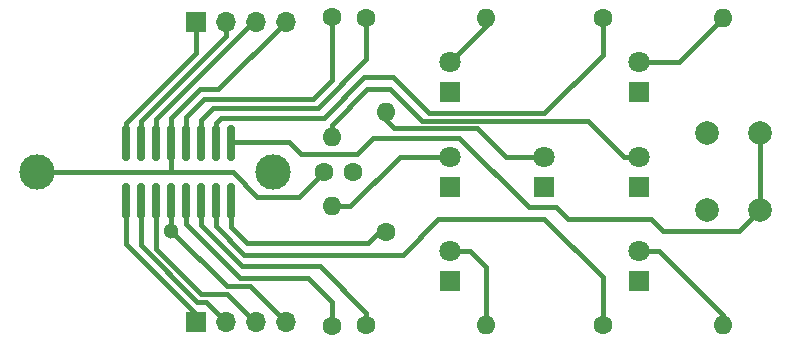
<source format=gtl>
%TF.GenerationSoftware,KiCad,Pcbnew,7.0.8*%
%TF.CreationDate,2023-11-06T17:53:39+01:00*%
%TF.ProjectId,EDice,45446963-652e-46b6-9963-61645f706362,rev?*%
%TF.SameCoordinates,Original*%
%TF.FileFunction,Copper,L1,Top*%
%TF.FilePolarity,Positive*%
%FSLAX46Y46*%
G04 Gerber Fmt 4.6, Leading zero omitted, Abs format (unit mm)*
G04 Created by KiCad (PCBNEW 7.0.8) date 2023-11-06 17:53:39*
%MOMM*%
%LPD*%
G01*
G04 APERTURE LIST*
G04 Aperture macros list*
%AMRoundRect*
0 Rectangle with rounded corners*
0 $1 Rounding radius*
0 $2 $3 $4 $5 $6 $7 $8 $9 X,Y pos of 4 corners*
0 Add a 4 corners polygon primitive as box body*
4,1,4,$2,$3,$4,$5,$6,$7,$8,$9,$2,$3,0*
0 Add four circle primitives for the rounded corners*
1,1,$1+$1,$2,$3*
1,1,$1+$1,$4,$5*
1,1,$1+$1,$6,$7*
1,1,$1+$1,$8,$9*
0 Add four rect primitives between the rounded corners*
20,1,$1+$1,$2,$3,$4,$5,0*
20,1,$1+$1,$4,$5,$6,$7,0*
20,1,$1+$1,$6,$7,$8,$9,0*
20,1,$1+$1,$8,$9,$2,$3,0*%
G04 Aperture macros list end*
%TA.AperFunction,ComponentPad*%
%ADD10R,1.800000X1.800000*%
%TD*%
%TA.AperFunction,ComponentPad*%
%ADD11C,1.800000*%
%TD*%
%TA.AperFunction,ComponentPad*%
%ADD12C,2.000000*%
%TD*%
%TA.AperFunction,ComponentPad*%
%ADD13C,1.600000*%
%TD*%
%TA.AperFunction,ComponentPad*%
%ADD14O,1.600000X1.600000*%
%TD*%
%TA.AperFunction,SMDPad,CuDef*%
%ADD15RoundRect,0.150000X-0.150000X1.350000X-0.150000X-1.350000X0.150000X-1.350000X0.150000X1.350000X0*%
%TD*%
%TA.AperFunction,ComponentPad*%
%ADD16O,1.700000X1.700000*%
%TD*%
%TA.AperFunction,ComponentPad*%
%ADD17R,1.700000X1.700000*%
%TD*%
%TA.AperFunction,ComponentPad*%
%ADD18C,3.000000*%
%TD*%
%TA.AperFunction,ViaPad*%
%ADD19C,1.300000*%
%TD*%
%TA.AperFunction,Conductor*%
%ADD20C,0.400000*%
%TD*%
G04 APERTURE END LIST*
D10*
%TO.P,D3,1,K*%
%TO.N,GND*%
X130000000Y-96250000D03*
D11*
%TO.P,D3,2,A*%
%TO.N,Net-(D3-A)*%
X130000000Y-93710000D03*
%TD*%
D10*
%TO.P,D1,1,K*%
%TO.N,GND*%
X130000000Y-88250000D03*
D11*
%TO.P,D1,2,A*%
%TO.N,Net-(D1-A)*%
X130000000Y-85710000D03*
%TD*%
D12*
%TO.P,SW1,1,1*%
%TO.N,GND*%
X151750000Y-98250000D03*
X151750000Y-91750000D03*
%TO.P,SW1,2,2*%
%TO.N,/BTN*%
X156250000Y-98250000D03*
X156250000Y-91750000D03*
%TD*%
D10*
%TO.P,D4,1,K*%
%TO.N,GND*%
X138000000Y-96250000D03*
D11*
%TO.P,D4,2,A*%
%TO.N,Net-(D4-A)*%
X138000000Y-93710000D03*
%TD*%
D10*
%TO.P,D2,1,K*%
%TO.N,GND*%
X146000000Y-88250000D03*
D11*
%TO.P,D2,2,A*%
%TO.N,Net-(D2-A)*%
X146000000Y-85710000D03*
%TD*%
D13*
%TO.P,R1,1*%
%TO.N,/LED1*%
X122920000Y-82000000D03*
D14*
%TO.P,R1,2*%
%TO.N,Net-(D1-A)*%
X133080000Y-82000000D03*
%TD*%
D13*
%TO.P,R6,1*%
%TO.N,/LED6*%
X120000000Y-81920000D03*
D14*
%TO.P,R6,2*%
%TO.N,Net-(D6-A)*%
X120000000Y-92080000D03*
%TD*%
D13*
%TO.P,R7,1*%
%TO.N,/LED7*%
X142920000Y-108000000D03*
D14*
%TO.P,R7,2*%
%TO.N,Net-(D7-A)*%
X153080000Y-108000000D03*
%TD*%
D10*
%TO.P,D7,1,K*%
%TO.N,GND*%
X146000000Y-104250000D03*
D11*
%TO.P,D7,2,A*%
%TO.N,Net-(D7-A)*%
X146000000Y-101710000D03*
%TD*%
D13*
%TO.P,R4,1*%
%TO.N,/LED4*%
X124600000Y-100080000D03*
D14*
%TO.P,R4,2*%
%TO.N,Net-(D4-A)*%
X124600000Y-89920000D03*
%TD*%
D10*
%TO.P,D5,1,K*%
%TO.N,GND*%
X130000000Y-104250000D03*
D11*
%TO.P,D5,2,A*%
%TO.N,Net-(D5-A)*%
X130000000Y-101710000D03*
%TD*%
D13*
%TO.P,R2,1*%
%TO.N,/LED2*%
X142920000Y-82000000D03*
D14*
%TO.P,R2,2*%
%TO.N,Net-(D2-A)*%
X153080000Y-82000000D03*
%TD*%
D13*
%TO.P,R3,1*%
%TO.N,/LED3*%
X120000000Y-108080000D03*
D14*
%TO.P,R3,2*%
%TO.N,Net-(D3-A)*%
X120000000Y-97920000D03*
%TD*%
D15*
%TO.P,U1,1,PB4*%
%TO.N,/BTN*%
X111445000Y-92525000D03*
%TO.P,U1,2,PB5*%
%TO.N,/LED2*%
X110175000Y-92525000D03*
%TO.P,U1,3,PB6*%
%TO.N,/LED1*%
X108905000Y-92525000D03*
%TO.P,U1,4,PB7*%
%TO.N,/LED6*%
X107635000Y-92525000D03*
%TO.P,U1,5,VDD*%
%TO.N,+BATT*%
X106365000Y-92525000D03*
%TO.P,U1,6,PA7*%
%TO.N,/PA7*%
X105095000Y-92525000D03*
%TO.P,U1,7,PA6*%
%TO.N,/PA6*%
X103825000Y-92525000D03*
%TO.P,U1,8,PA5*%
%TO.N,/PA5*%
X102555000Y-92525000D03*
%TO.P,U1,9,PA3*%
%TO.N,/PA3*%
X102555000Y-97475000D03*
%TO.P,U1,10,PA4*%
%TO.N,/PA4*%
X103825000Y-97475000D03*
%TO.P,U1,11,PA0*%
%TO.N,/PA0*%
X105095000Y-97475000D03*
%TO.P,U1,12,GND*%
%TO.N,GND*%
X106365000Y-97475000D03*
%TO.P,U1,13,PB0*%
%TO.N,/LED3*%
X107635000Y-97475000D03*
%TO.P,U1,14,PB1*%
%TO.N,/LED5*%
X108905000Y-97475000D03*
%TO.P,U1,15,PB2*%
%TO.N,/LED7*%
X110175000Y-97475000D03*
%TO.P,U1,16,PB3*%
%TO.N,/LED4*%
X111445000Y-97475000D03*
%TD*%
D13*
%TO.P,C1,1*%
%TO.N,+BATT*%
X119300000Y-95000000D03*
%TO.P,C1,2*%
%TO.N,GND*%
X121800000Y-95000000D03*
%TD*%
D10*
%TO.P,D6,1,K*%
%TO.N,GND*%
X146000000Y-96250000D03*
D11*
%TO.P,D6,2,A*%
%TO.N,Net-(D6-A)*%
X146000000Y-93710000D03*
%TD*%
D13*
%TO.P,R5,1*%
%TO.N,/LED5*%
X122920000Y-108000000D03*
D14*
%TO.P,R5,2*%
%TO.N,Net-(D5-A)*%
X133080000Y-108000000D03*
%TD*%
D16*
%TO.P,J2,4,Pin_4*%
%TO.N,+BATT*%
X116120000Y-82300000D03*
%TO.P,J2,3,Pin_3*%
%TO.N,/PA7*%
X113580000Y-82300000D03*
%TO.P,J2,2,Pin_2*%
%TO.N,/PA6*%
X111040000Y-82300000D03*
D17*
%TO.P,J2,1,Pin_1*%
%TO.N,/PA5*%
X108500000Y-82300000D03*
%TD*%
%TO.P,J3,1,Pin_1*%
%TO.N,/PA3*%
X108500000Y-107700000D03*
D16*
%TO.P,J3,2,Pin_2*%
%TO.N,/PA4*%
X111040000Y-107700000D03*
%TO.P,J3,3,Pin_3*%
%TO.N,/PA0*%
X113580000Y-107700000D03*
%TO.P,J3,4,Pin_4*%
%TO.N,GND*%
X116120000Y-107700000D03*
%TD*%
D18*
%TO.P,BT1,1,+*%
%TO.N,+BATT*%
X95000000Y-95000000D03*
%TO.P,BT1,2,-*%
%TO.N,GND*%
X115000000Y-95000000D03*
%TD*%
D19*
%TO.N,GND*%
X106400000Y-100000000D03*
%TD*%
D20*
%TO.N,+BATT*%
X116120000Y-82280000D02*
X110400000Y-88000000D01*
X110400000Y-88000000D02*
X108800000Y-88000000D01*
X108800000Y-88000000D02*
X106365000Y-90435000D01*
X106365000Y-90435000D02*
X106365000Y-92525000D01*
%TO.N,/PA7*%
X105095000Y-92525000D02*
X105095000Y-90555000D01*
X105095000Y-90555000D02*
X113580000Y-82070000D01*
X113580000Y-82070000D02*
X113580000Y-82000000D01*
%TO.N,/PA6*%
X103825000Y-92525000D02*
X103825000Y-90675000D01*
X103825000Y-90675000D02*
X111040000Y-83460000D01*
X111040000Y-83460000D02*
X111040000Y-82300000D01*
%TO.N,/PA5*%
X102555000Y-92525000D02*
X102555000Y-90895000D01*
X102555000Y-90895000D02*
X108500000Y-84950000D01*
X108500000Y-84950000D02*
X108500000Y-82300000D01*
%TO.N,/PA3*%
X108500000Y-107700000D02*
X108500000Y-107050000D01*
X108500000Y-107050000D02*
X102555000Y-101105000D01*
X102555000Y-101105000D02*
X102555000Y-97475000D01*
%TO.N,/PA4*%
X111040000Y-107690000D02*
X109350000Y-106000000D01*
X109350000Y-106000000D02*
X108600000Y-106000000D01*
X108600000Y-106000000D02*
X103825000Y-101225000D01*
X103825000Y-101225000D02*
X103825000Y-97475000D01*
%TO.N,/PA0*%
X113580000Y-107780000D02*
X111100000Y-105300000D01*
X111100000Y-105300000D02*
X108900000Y-105300000D01*
X108900000Y-105300000D02*
X105095000Y-101495000D01*
X105095000Y-101495000D02*
X105095000Y-97475000D01*
%TO.N,GND*%
X116120000Y-107720000D02*
X113100000Y-104700000D01*
X113100000Y-104700000D02*
X111100000Y-104700000D01*
X111100000Y-104700000D02*
X106400000Y-100000000D01*
%TO.N,+BATT*%
X117200000Y-97100000D02*
X113700000Y-97100000D01*
X113700000Y-97100000D02*
X111600000Y-95000000D01*
X111600000Y-95000000D02*
X106400000Y-95000000D01*
X106400000Y-95000000D02*
X95000000Y-95000000D01*
X106365000Y-92525000D02*
X106365000Y-94965000D01*
X119300000Y-95000000D02*
X117200000Y-97100000D01*
X106365000Y-94965000D02*
X106400000Y-95000000D01*
%TO.N,GND*%
X106365000Y-99965000D02*
X106365000Y-97475000D01*
X106400000Y-100000000D02*
X106365000Y-99965000D01*
%TO.N,Net-(D1-A)*%
X130000000Y-85710000D02*
X133080000Y-82630000D01*
X133080000Y-82630000D02*
X133080000Y-82000000D01*
%TO.N,Net-(D2-A)*%
X149370000Y-85710000D02*
X153080000Y-82000000D01*
X146000000Y-85710000D02*
X149370000Y-85710000D01*
%TO.N,Net-(D3-A)*%
X130000000Y-93710000D02*
X125790000Y-93710000D01*
X121580000Y-97920000D02*
X120000000Y-97920000D01*
X125790000Y-93710000D02*
X121580000Y-97920000D01*
%TO.N,Net-(D4-A)*%
X132300000Y-91300000D02*
X125300000Y-91300000D01*
X138000000Y-93710000D02*
X134710000Y-93710000D01*
X125300000Y-91300000D02*
X124000000Y-90000000D01*
X124000000Y-90000000D02*
X124000000Y-89920000D01*
X134710000Y-93710000D02*
X132300000Y-91300000D01*
%TO.N,Net-(D5-A)*%
X130000000Y-101710000D02*
X131710000Y-101710000D01*
X131710000Y-101710000D02*
X133080000Y-103080000D01*
X133080000Y-103080000D02*
X133080000Y-108000000D01*
%TO.N,Net-(D6-A)*%
X146000000Y-93710000D02*
X144710000Y-93710000D01*
X141700000Y-90700000D02*
X127600000Y-90700000D01*
X123000000Y-88000000D02*
X120000000Y-91000000D01*
X120000000Y-91000000D02*
X120000000Y-92080000D01*
X144710000Y-93710000D02*
X141700000Y-90700000D01*
X127600000Y-90700000D02*
X124900000Y-88000000D01*
X124900000Y-88000000D02*
X123000000Y-88000000D01*
%TO.N,Net-(D7-A)*%
X153080000Y-107080000D02*
X153080000Y-108000000D01*
X147710000Y-101710000D02*
X153080000Y-107080000D01*
X146000000Y-101710000D02*
X147710000Y-101710000D01*
%TO.N,/LED1*%
X108905000Y-90595000D02*
X108905000Y-92525000D01*
X118800000Y-89600000D02*
X109900000Y-89600000D01*
X122920000Y-82000000D02*
X122920000Y-85480000D01*
X109900000Y-89600000D02*
X108905000Y-90595000D01*
X122920000Y-85480000D02*
X118800000Y-89600000D01*
%TO.N,/LED2*%
X128200000Y-90000000D02*
X125200000Y-87000000D01*
X125200000Y-87000000D02*
X122700000Y-87000000D01*
X122700000Y-87000000D02*
X119300000Y-90400000D01*
X142920000Y-82000000D02*
X142920000Y-85080000D01*
X142920000Y-85080000D02*
X138000000Y-90000000D01*
X110600000Y-90400000D02*
X110175000Y-90825000D01*
X119300000Y-90400000D02*
X110600000Y-90400000D01*
X138000000Y-90000000D02*
X128200000Y-90000000D01*
X110175000Y-90825000D02*
X110175000Y-92525000D01*
%TO.N,/LED3*%
X118000000Y-104000000D02*
X112200000Y-104000000D01*
X112200000Y-104000000D02*
X107635000Y-99435000D01*
X107635000Y-99435000D02*
X107635000Y-97475000D01*
X120000000Y-108080000D02*
X120000000Y-106000000D01*
X120000000Y-106000000D02*
X118000000Y-104000000D01*
%TO.N,/LED4*%
X124000000Y-100080000D02*
X123080000Y-101000000D01*
X123080000Y-101000000D02*
X112800000Y-101000000D01*
X111445000Y-99645000D02*
X111445000Y-97475000D01*
X112800000Y-101000000D02*
X111445000Y-99645000D01*
%TO.N,/LED5*%
X122920000Y-108000000D02*
X122920000Y-106920000D01*
X122920000Y-106920000D02*
X119000000Y-103000000D01*
X112400000Y-103000000D02*
X108905000Y-99505000D01*
X108905000Y-99505000D02*
X108905000Y-97475000D01*
X119000000Y-103000000D02*
X112400000Y-103000000D01*
%TO.N,/LED6*%
X120000000Y-82000000D02*
X120000000Y-81920000D01*
X120000000Y-81920000D02*
X120000000Y-87200000D01*
X120000000Y-87200000D02*
X118400000Y-88800000D01*
X109200000Y-88800000D02*
X107635000Y-90365000D01*
X118400000Y-88800000D02*
X109200000Y-88800000D01*
X107635000Y-90365000D02*
X107635000Y-92525000D01*
%TO.N,/LED7*%
X142920000Y-103920000D02*
X138000000Y-99000000D01*
X129000000Y-99000000D02*
X126000000Y-102000000D01*
X142920000Y-108000000D02*
X142920000Y-103920000D01*
X112600000Y-102000000D02*
X110175000Y-99575000D01*
X138000000Y-99000000D02*
X129000000Y-99000000D01*
X110175000Y-99575000D02*
X110175000Y-97475000D01*
X126000000Y-102000000D02*
X112600000Y-102000000D01*
%TO.N,/BTN*%
X130800000Y-92100000D02*
X123500000Y-92100000D01*
X147000000Y-99000000D02*
X140000000Y-99000000D01*
X122100000Y-93500000D02*
X117400000Y-93500000D01*
X136700000Y-98000000D02*
X130800000Y-92100000D01*
X117400000Y-93500000D02*
X116400000Y-92500000D01*
X148000000Y-100000000D02*
X147000000Y-99000000D01*
X111470000Y-92500000D02*
X111445000Y-92525000D01*
X140000000Y-99000000D02*
X139000000Y-98000000D01*
X154500000Y-100000000D02*
X148000000Y-100000000D01*
X123500000Y-92100000D02*
X122100000Y-93500000D01*
X116400000Y-92500000D02*
X111470000Y-92500000D01*
X139000000Y-98000000D02*
X136700000Y-98000000D01*
X156250000Y-91750000D02*
X156250000Y-98250000D01*
X156250000Y-98250000D02*
X154500000Y-100000000D01*
%TD*%
M02*

</source>
